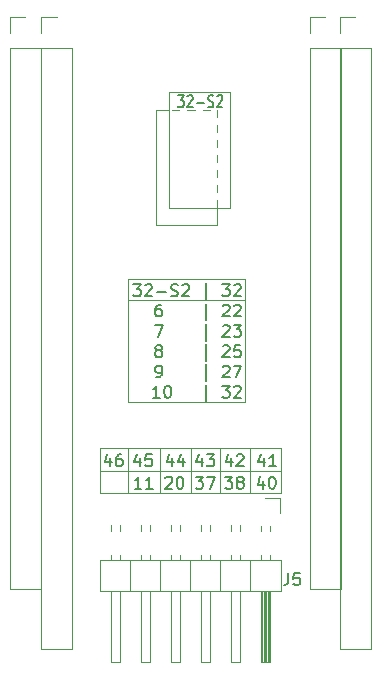
<source format=gbr>
%TF.GenerationSoftware,KiCad,Pcbnew,(5.1.6)-1*%
%TF.CreationDate,2020-09-14T23:14:01+08:00*%
%TF.ProjectId,ESP32-S2_adapter_board,45535033-322d-4533-925f-616461707465,rev?*%
%TF.SameCoordinates,Original*%
%TF.FileFunction,Legend,Top*%
%TF.FilePolarity,Positive*%
%FSLAX46Y46*%
G04 Gerber Fmt 4.6, Leading zero omitted, Abs format (unit mm)*
G04 Created by KiCad (PCBNEW (5.1.6)-1) date 2020-09-14 23:14:01*
%MOMM*%
%LPD*%
G01*
G04 APERTURE LIST*
%ADD10C,0.120000*%
%ADD11C,0.130000*%
%ADD12C,0.150000*%
G04 APERTURE END LIST*
D10*
X147750000Y-95900000D02*
X147750000Y-94500000D01*
X147750000Y-94400000D02*
X147750000Y-93800000D01*
X147750000Y-93133330D02*
X147750000Y-92533330D01*
X147750000Y-91866664D02*
X147750000Y-91266664D01*
X147750000Y-90599998D02*
X147750000Y-89999998D01*
X147750000Y-89333332D02*
X147750000Y-88733332D01*
X147750000Y-88066666D02*
X147750000Y-87466666D01*
X147750000Y-86800000D02*
X147750000Y-86200000D01*
X146550000Y-86200000D02*
X147150000Y-86200000D01*
X145250000Y-86200000D02*
X145850000Y-86200000D01*
X143950000Y-86200000D02*
X144550000Y-86200000D01*
D11*
X144445238Y-84952380D02*
X144940476Y-84952380D01*
X144673809Y-85333333D01*
X144788095Y-85333333D01*
X144864285Y-85380952D01*
X144902380Y-85428571D01*
X144940476Y-85523809D01*
X144940476Y-85761904D01*
X144902380Y-85857142D01*
X144864285Y-85904761D01*
X144788095Y-85952380D01*
X144559523Y-85952380D01*
X144483333Y-85904761D01*
X144445238Y-85857142D01*
X145245238Y-85047619D02*
X145283333Y-85000000D01*
X145359523Y-84952380D01*
X145550000Y-84952380D01*
X145626190Y-85000000D01*
X145664285Y-85047619D01*
X145702380Y-85142857D01*
X145702380Y-85238095D01*
X145664285Y-85380952D01*
X145207142Y-85952380D01*
X145702380Y-85952380D01*
X146045238Y-85571428D02*
X146654761Y-85571428D01*
X146997619Y-85904761D02*
X147111904Y-85952380D01*
X147302380Y-85952380D01*
X147378571Y-85904761D01*
X147416666Y-85857142D01*
X147454761Y-85761904D01*
X147454761Y-85666666D01*
X147416666Y-85571428D01*
X147378571Y-85523809D01*
X147302380Y-85476190D01*
X147150000Y-85428571D01*
X147073809Y-85380952D01*
X147035714Y-85333333D01*
X146997619Y-85238095D01*
X146997619Y-85142857D01*
X147035714Y-85047619D01*
X147073809Y-85000000D01*
X147150000Y-84952380D01*
X147340476Y-84952380D01*
X147454761Y-85000000D01*
X147759523Y-85047619D02*
X147797619Y-85000000D01*
X147873809Y-84952380D01*
X148064285Y-84952380D01*
X148140476Y-85000000D01*
X148178571Y-85047619D01*
X148216666Y-85142857D01*
X148216666Y-85238095D01*
X148178571Y-85380952D01*
X147721428Y-85952380D01*
X148216666Y-85952380D01*
D10*
X148850000Y-94500000D02*
X143650000Y-94500000D01*
X148850000Y-84700000D02*
X148850000Y-94500000D01*
X143650000Y-84700000D02*
X148850000Y-84700000D01*
X143650000Y-94500000D02*
X143650000Y-84700000D01*
X142550000Y-95900000D02*
X142550000Y-86200000D01*
X147750000Y-95900000D02*
X142550000Y-95900000D01*
X142550000Y-86200000D02*
X143650000Y-86200000D01*
X140250000Y-102300000D02*
X150150000Y-102300000D01*
X140250000Y-110900000D02*
X140250000Y-100500000D01*
X150150000Y-110900000D02*
X140250000Y-110900000D01*
X150150000Y-100500000D02*
X150150000Y-110900000D01*
X140250000Y-100500000D02*
X150150000Y-100500000D01*
D12*
X142916666Y-110552380D02*
X142345238Y-110552380D01*
X142630952Y-110552380D02*
X142630952Y-109552380D01*
X142535714Y-109695238D01*
X142440476Y-109790476D01*
X142345238Y-109838095D01*
X143535714Y-109552380D02*
X143630952Y-109552380D01*
X143726190Y-109600000D01*
X143773809Y-109647619D01*
X143821428Y-109742857D01*
X143869047Y-109933333D01*
X143869047Y-110171428D01*
X143821428Y-110361904D01*
X143773809Y-110457142D01*
X143726190Y-110504761D01*
X143630952Y-110552380D01*
X143535714Y-110552380D01*
X143440476Y-110504761D01*
X143392857Y-110457142D01*
X143345238Y-110361904D01*
X143297619Y-110171428D01*
X143297619Y-109933333D01*
X143345238Y-109742857D01*
X143392857Y-109647619D01*
X143440476Y-109600000D01*
X143535714Y-109552380D01*
X146821428Y-110885714D02*
X146821428Y-109457142D01*
X148202381Y-109552380D02*
X148821428Y-109552380D01*
X148488095Y-109933333D01*
X148630952Y-109933333D01*
X148726190Y-109980952D01*
X148773809Y-110028571D01*
X148821428Y-110123809D01*
X148821428Y-110361904D01*
X148773809Y-110457142D01*
X148726190Y-110504761D01*
X148630952Y-110552380D01*
X148345238Y-110552380D01*
X148250000Y-110504761D01*
X148202381Y-110457142D01*
X149202381Y-109647619D02*
X149250000Y-109600000D01*
X149345238Y-109552380D01*
X149583333Y-109552380D01*
X149678571Y-109600000D01*
X149726190Y-109647619D01*
X149773809Y-109742857D01*
X149773809Y-109838095D01*
X149726190Y-109980952D01*
X149154762Y-110552380D01*
X149773809Y-110552380D01*
X142630952Y-108832380D02*
X142821428Y-108832380D01*
X142916666Y-108784761D01*
X142964285Y-108737142D01*
X143059523Y-108594285D01*
X143107142Y-108403809D01*
X143107142Y-108022857D01*
X143059523Y-107927619D01*
X143011904Y-107880000D01*
X142916666Y-107832380D01*
X142726190Y-107832380D01*
X142630952Y-107880000D01*
X142583333Y-107927619D01*
X142535714Y-108022857D01*
X142535714Y-108260952D01*
X142583333Y-108356190D01*
X142630952Y-108403809D01*
X142726190Y-108451428D01*
X142916666Y-108451428D01*
X143011904Y-108403809D01*
X143059523Y-108356190D01*
X143107142Y-108260952D01*
X146821428Y-109165714D02*
X146821428Y-107737142D01*
X148250000Y-107927619D02*
X148297619Y-107880000D01*
X148392857Y-107832380D01*
X148630952Y-107832380D01*
X148726190Y-107880000D01*
X148773809Y-107927619D01*
X148821428Y-108022857D01*
X148821428Y-108118095D01*
X148773809Y-108260952D01*
X148202381Y-108832380D01*
X148821428Y-108832380D01*
X149154762Y-107832380D02*
X149821428Y-107832380D01*
X149392857Y-108832380D01*
X142726190Y-106540952D02*
X142630952Y-106493333D01*
X142583333Y-106445714D01*
X142535714Y-106350476D01*
X142535714Y-106302857D01*
X142583333Y-106207619D01*
X142630952Y-106160000D01*
X142726190Y-106112380D01*
X142916666Y-106112380D01*
X143011904Y-106160000D01*
X143059523Y-106207619D01*
X143107142Y-106302857D01*
X143107142Y-106350476D01*
X143059523Y-106445714D01*
X143011904Y-106493333D01*
X142916666Y-106540952D01*
X142726190Y-106540952D01*
X142630952Y-106588571D01*
X142583333Y-106636190D01*
X142535714Y-106731428D01*
X142535714Y-106921904D01*
X142583333Y-107017142D01*
X142630952Y-107064761D01*
X142726190Y-107112380D01*
X142916666Y-107112380D01*
X143011904Y-107064761D01*
X143059523Y-107017142D01*
X143107142Y-106921904D01*
X143107142Y-106731428D01*
X143059523Y-106636190D01*
X143011904Y-106588571D01*
X142916666Y-106540952D01*
X146821428Y-107445714D02*
X146821428Y-106017142D01*
X148250000Y-106207619D02*
X148297619Y-106160000D01*
X148392857Y-106112380D01*
X148630952Y-106112380D01*
X148726190Y-106160000D01*
X148773809Y-106207619D01*
X148821428Y-106302857D01*
X148821428Y-106398095D01*
X148773809Y-106540952D01*
X148202381Y-107112380D01*
X148821428Y-107112380D01*
X149726190Y-106112380D02*
X149250000Y-106112380D01*
X149202381Y-106588571D01*
X149250000Y-106540952D01*
X149345238Y-106493333D01*
X149583333Y-106493333D01*
X149678571Y-106540952D01*
X149726190Y-106588571D01*
X149773809Y-106683809D01*
X149773809Y-106921904D01*
X149726190Y-107017142D01*
X149678571Y-107064761D01*
X149583333Y-107112380D01*
X149345238Y-107112380D01*
X149250000Y-107064761D01*
X149202381Y-107017142D01*
X142488095Y-104392380D02*
X143154762Y-104392380D01*
X142726190Y-105392380D01*
X146821428Y-105725714D02*
X146821428Y-104297142D01*
X148250000Y-104487619D02*
X148297619Y-104440000D01*
X148392857Y-104392380D01*
X148630952Y-104392380D01*
X148726190Y-104440000D01*
X148773809Y-104487619D01*
X148821428Y-104582857D01*
X148821428Y-104678095D01*
X148773809Y-104820952D01*
X148202381Y-105392380D01*
X148821428Y-105392380D01*
X149154762Y-104392380D02*
X149773809Y-104392380D01*
X149440476Y-104773333D01*
X149583333Y-104773333D01*
X149678571Y-104820952D01*
X149726190Y-104868571D01*
X149773809Y-104963809D01*
X149773809Y-105201904D01*
X149726190Y-105297142D01*
X149678571Y-105344761D01*
X149583333Y-105392380D01*
X149297619Y-105392380D01*
X149202381Y-105344761D01*
X149154762Y-105297142D01*
X140678571Y-100952380D02*
X141297619Y-100952380D01*
X140964285Y-101333333D01*
X141107142Y-101333333D01*
X141202380Y-101380952D01*
X141250000Y-101428571D01*
X141297619Y-101523809D01*
X141297619Y-101761904D01*
X141250000Y-101857142D01*
X141202380Y-101904761D01*
X141107142Y-101952380D01*
X140821428Y-101952380D01*
X140726190Y-101904761D01*
X140678571Y-101857142D01*
X141678571Y-101047619D02*
X141726190Y-101000000D01*
X141821428Y-100952380D01*
X142059523Y-100952380D01*
X142154761Y-101000000D01*
X142202380Y-101047619D01*
X142250000Y-101142857D01*
X142250000Y-101238095D01*
X142202380Y-101380952D01*
X141630952Y-101952380D01*
X142250000Y-101952380D01*
X142678571Y-101571428D02*
X143440476Y-101571428D01*
X143869047Y-101904761D02*
X144011904Y-101952380D01*
X144250000Y-101952380D01*
X144345238Y-101904761D01*
X144392857Y-101857142D01*
X144440476Y-101761904D01*
X144440476Y-101666666D01*
X144392857Y-101571428D01*
X144345238Y-101523809D01*
X144250000Y-101476190D01*
X144059523Y-101428571D01*
X143964285Y-101380952D01*
X143916666Y-101333333D01*
X143869047Y-101238095D01*
X143869047Y-101142857D01*
X143916666Y-101047619D01*
X143964285Y-101000000D01*
X144059523Y-100952380D01*
X144297619Y-100952380D01*
X144440476Y-101000000D01*
X144821428Y-101047619D02*
X144869047Y-101000000D01*
X144964285Y-100952380D01*
X145202380Y-100952380D01*
X145297619Y-101000000D01*
X145345238Y-101047619D01*
X145392857Y-101142857D01*
X145392857Y-101238095D01*
X145345238Y-101380952D01*
X144773809Y-101952380D01*
X145392857Y-101952380D01*
X146821428Y-102285714D02*
X146821428Y-100857142D01*
X148202380Y-100952380D02*
X148821428Y-100952380D01*
X148488095Y-101333333D01*
X148630952Y-101333333D01*
X148726190Y-101380952D01*
X148773809Y-101428571D01*
X148821428Y-101523809D01*
X148821428Y-101761904D01*
X148773809Y-101857142D01*
X148726190Y-101904761D01*
X148630952Y-101952380D01*
X148345238Y-101952380D01*
X148250000Y-101904761D01*
X148202380Y-101857142D01*
X149202380Y-101047619D02*
X149250000Y-101000000D01*
X149345238Y-100952380D01*
X149583333Y-100952380D01*
X149678571Y-101000000D01*
X149726190Y-101047619D01*
X149773809Y-101142857D01*
X149773809Y-101238095D01*
X149726190Y-101380952D01*
X149154761Y-101952380D01*
X149773809Y-101952380D01*
X143011904Y-102672380D02*
X142821428Y-102672380D01*
X142726190Y-102720000D01*
X142678571Y-102767619D01*
X142583333Y-102910476D01*
X142535714Y-103100952D01*
X142535714Y-103481904D01*
X142583333Y-103577142D01*
X142630952Y-103624761D01*
X142726190Y-103672380D01*
X142916666Y-103672380D01*
X143011904Y-103624761D01*
X143059523Y-103577142D01*
X143107142Y-103481904D01*
X143107142Y-103243809D01*
X143059523Y-103148571D01*
X143011904Y-103100952D01*
X142916666Y-103053333D01*
X142726190Y-103053333D01*
X142630952Y-103100952D01*
X142583333Y-103148571D01*
X142535714Y-103243809D01*
X146821428Y-104005714D02*
X146821428Y-102577142D01*
X148250000Y-102767619D02*
X148297619Y-102720000D01*
X148392857Y-102672380D01*
X148630952Y-102672380D01*
X148726190Y-102720000D01*
X148773809Y-102767619D01*
X148821428Y-102862857D01*
X148821428Y-102958095D01*
X148773809Y-103100952D01*
X148202381Y-103672380D01*
X148821428Y-103672380D01*
X149202381Y-102767619D02*
X149250000Y-102720000D01*
X149345238Y-102672380D01*
X149583333Y-102672380D01*
X149678571Y-102720000D01*
X149726190Y-102767619D01*
X149773809Y-102862857D01*
X149773809Y-102958095D01*
X149726190Y-103100952D01*
X149154762Y-103672380D01*
X149773809Y-103672380D01*
D10*
X140250000Y-114800000D02*
X140250000Y-118600000D01*
X142950000Y-114800000D02*
X142950000Y-118600000D01*
X145550000Y-114800000D02*
X145550000Y-118600000D01*
X148050000Y-114800000D02*
X148050000Y-118600000D01*
X150550000Y-114800000D02*
X150550000Y-118600000D01*
X137850000Y-116800000D02*
X153150000Y-116800000D01*
X137850000Y-118600000D02*
X137850000Y-114800000D01*
X153150000Y-118600000D02*
X137850000Y-118600000D01*
X153150000Y-114800000D02*
X153150000Y-118600000D01*
X137850000Y-114800000D02*
X153150000Y-114800000D01*
D12*
X141359523Y-118252380D02*
X140788095Y-118252380D01*
X141073809Y-118252380D02*
X141073809Y-117252380D01*
X140978571Y-117395238D01*
X140883333Y-117490476D01*
X140788095Y-117538095D01*
X142311904Y-118252380D02*
X141740476Y-118252380D01*
X142026190Y-118252380D02*
X142026190Y-117252380D01*
X141930952Y-117395238D01*
X141835714Y-117490476D01*
X141740476Y-117538095D01*
X143388095Y-117347619D02*
X143435714Y-117300000D01*
X143530952Y-117252380D01*
X143769047Y-117252380D01*
X143864285Y-117300000D01*
X143911904Y-117347619D01*
X143959523Y-117442857D01*
X143959523Y-117538095D01*
X143911904Y-117680952D01*
X143340476Y-118252380D01*
X143959523Y-118252380D01*
X144578571Y-117252380D02*
X144673809Y-117252380D01*
X144769047Y-117300000D01*
X144816666Y-117347619D01*
X144864285Y-117442857D01*
X144911904Y-117633333D01*
X144911904Y-117871428D01*
X144864285Y-118061904D01*
X144816666Y-118157142D01*
X144769047Y-118204761D01*
X144673809Y-118252380D01*
X144578571Y-118252380D01*
X144483333Y-118204761D01*
X144435714Y-118157142D01*
X144388095Y-118061904D01*
X144340476Y-117871428D01*
X144340476Y-117633333D01*
X144388095Y-117442857D01*
X144435714Y-117347619D01*
X144483333Y-117300000D01*
X144578571Y-117252380D01*
X145940476Y-117252380D02*
X146559523Y-117252380D01*
X146226190Y-117633333D01*
X146369047Y-117633333D01*
X146464285Y-117680952D01*
X146511904Y-117728571D01*
X146559523Y-117823809D01*
X146559523Y-118061904D01*
X146511904Y-118157142D01*
X146464285Y-118204761D01*
X146369047Y-118252380D01*
X146083333Y-118252380D01*
X145988095Y-118204761D01*
X145940476Y-118157142D01*
X146892857Y-117252380D02*
X147559523Y-117252380D01*
X147130952Y-118252380D01*
X148440476Y-117252380D02*
X149059523Y-117252380D01*
X148726190Y-117633333D01*
X148869047Y-117633333D01*
X148964285Y-117680952D01*
X149011904Y-117728571D01*
X149059523Y-117823809D01*
X149059523Y-118061904D01*
X149011904Y-118157142D01*
X148964285Y-118204761D01*
X148869047Y-118252380D01*
X148583333Y-118252380D01*
X148488095Y-118204761D01*
X148440476Y-118157142D01*
X149630952Y-117680952D02*
X149535714Y-117633333D01*
X149488095Y-117585714D01*
X149440476Y-117490476D01*
X149440476Y-117442857D01*
X149488095Y-117347619D01*
X149535714Y-117300000D01*
X149630952Y-117252380D01*
X149821428Y-117252380D01*
X149916666Y-117300000D01*
X149964285Y-117347619D01*
X150011904Y-117442857D01*
X150011904Y-117490476D01*
X149964285Y-117585714D01*
X149916666Y-117633333D01*
X149821428Y-117680952D01*
X149630952Y-117680952D01*
X149535714Y-117728571D01*
X149488095Y-117776190D01*
X149440476Y-117871428D01*
X149440476Y-118061904D01*
X149488095Y-118157142D01*
X149535714Y-118204761D01*
X149630952Y-118252380D01*
X149821428Y-118252380D01*
X149916666Y-118204761D01*
X149964285Y-118157142D01*
X150011904Y-118061904D01*
X150011904Y-117871428D01*
X149964285Y-117776190D01*
X149916666Y-117728571D01*
X149821428Y-117680952D01*
X151664285Y-117585714D02*
X151664285Y-118252380D01*
X151426190Y-117204761D02*
X151188095Y-117919047D01*
X151807142Y-117919047D01*
X152378571Y-117252380D02*
X152473809Y-117252380D01*
X152569047Y-117300000D01*
X152616666Y-117347619D01*
X152664285Y-117442857D01*
X152711904Y-117633333D01*
X152711904Y-117871428D01*
X152664285Y-118061904D01*
X152616666Y-118157142D01*
X152569047Y-118204761D01*
X152473809Y-118252380D01*
X152378571Y-118252380D01*
X152283333Y-118204761D01*
X152235714Y-118157142D01*
X152188095Y-118061904D01*
X152140476Y-117871428D01*
X152140476Y-117633333D01*
X152188095Y-117442857D01*
X152235714Y-117347619D01*
X152283333Y-117300000D01*
X152378571Y-117252380D01*
X138714285Y-115685714D02*
X138714285Y-116352380D01*
X138476190Y-115304761D02*
X138238095Y-116019047D01*
X138857142Y-116019047D01*
X139666666Y-115352380D02*
X139476190Y-115352380D01*
X139380952Y-115400000D01*
X139333333Y-115447619D01*
X139238095Y-115590476D01*
X139190476Y-115780952D01*
X139190476Y-116161904D01*
X139238095Y-116257142D01*
X139285714Y-116304761D01*
X139380952Y-116352380D01*
X139571428Y-116352380D01*
X139666666Y-116304761D01*
X139714285Y-116257142D01*
X139761904Y-116161904D01*
X139761904Y-115923809D01*
X139714285Y-115828571D01*
X139666666Y-115780952D01*
X139571428Y-115733333D01*
X139380952Y-115733333D01*
X139285714Y-115780952D01*
X139238095Y-115828571D01*
X139190476Y-115923809D01*
X141214285Y-115685714D02*
X141214285Y-116352380D01*
X140976190Y-115304761D02*
X140738095Y-116019047D01*
X141357142Y-116019047D01*
X142214285Y-115352380D02*
X141738095Y-115352380D01*
X141690476Y-115828571D01*
X141738095Y-115780952D01*
X141833333Y-115733333D01*
X142071428Y-115733333D01*
X142166666Y-115780952D01*
X142214285Y-115828571D01*
X142261904Y-115923809D01*
X142261904Y-116161904D01*
X142214285Y-116257142D01*
X142166666Y-116304761D01*
X142071428Y-116352380D01*
X141833333Y-116352380D01*
X141738095Y-116304761D01*
X141690476Y-116257142D01*
X143964285Y-115685714D02*
X143964285Y-116352380D01*
X143726190Y-115304761D02*
X143488095Y-116019047D01*
X144107142Y-116019047D01*
X144916666Y-115685714D02*
X144916666Y-116352380D01*
X144678571Y-115304761D02*
X144440476Y-116019047D01*
X145059523Y-116019047D01*
X146464285Y-115685714D02*
X146464285Y-116352380D01*
X146226190Y-115304761D02*
X145988095Y-116019047D01*
X146607142Y-116019047D01*
X146892857Y-115352380D02*
X147511904Y-115352380D01*
X147178571Y-115733333D01*
X147321428Y-115733333D01*
X147416666Y-115780952D01*
X147464285Y-115828571D01*
X147511904Y-115923809D01*
X147511904Y-116161904D01*
X147464285Y-116257142D01*
X147416666Y-116304761D01*
X147321428Y-116352380D01*
X147035714Y-116352380D01*
X146940476Y-116304761D01*
X146892857Y-116257142D01*
X148964285Y-115685714D02*
X148964285Y-116352380D01*
X148726190Y-115304761D02*
X148488095Y-116019047D01*
X149107142Y-116019047D01*
X149440476Y-115447619D02*
X149488095Y-115400000D01*
X149583333Y-115352380D01*
X149821428Y-115352380D01*
X149916666Y-115400000D01*
X149964285Y-115447619D01*
X150011904Y-115542857D01*
X150011904Y-115638095D01*
X149964285Y-115780952D01*
X149392857Y-116352380D01*
X150011904Y-116352380D01*
X151714285Y-115685714D02*
X151714285Y-116352380D01*
X151476190Y-115304761D02*
X151238095Y-116019047D01*
X151857142Y-116019047D01*
X152761904Y-116352380D02*
X152190476Y-116352380D01*
X152476190Y-116352380D02*
X152476190Y-115352380D01*
X152380952Y-115495238D01*
X152285714Y-115590476D01*
X152190476Y-115638095D01*
D10*
%TO.C,J5*%
X153130000Y-119030000D02*
X153130000Y-120300000D01*
X151860000Y-119030000D02*
X153130000Y-119030000D01*
X138780000Y-121342929D02*
X138780000Y-121797071D01*
X139540000Y-121342929D02*
X139540000Y-121797071D01*
X138780000Y-123882929D02*
X138780000Y-124280000D01*
X139540000Y-123882929D02*
X139540000Y-124280000D01*
X138780000Y-132940000D02*
X138780000Y-126940000D01*
X139540000Y-132940000D02*
X138780000Y-132940000D01*
X139540000Y-126940000D02*
X139540000Y-132940000D01*
X140430000Y-124280000D02*
X140430000Y-126940000D01*
X141320000Y-121342929D02*
X141320000Y-121797071D01*
X142080000Y-121342929D02*
X142080000Y-121797071D01*
X141320000Y-123882929D02*
X141320000Y-124280000D01*
X142080000Y-123882929D02*
X142080000Y-124280000D01*
X141320000Y-132940000D02*
X141320000Y-126940000D01*
X142080000Y-132940000D02*
X141320000Y-132940000D01*
X142080000Y-126940000D02*
X142080000Y-132940000D01*
X142970000Y-124280000D02*
X142970000Y-126940000D01*
X143860000Y-121342929D02*
X143860000Y-121797071D01*
X144620000Y-121342929D02*
X144620000Y-121797071D01*
X143860000Y-123882929D02*
X143860000Y-124280000D01*
X144620000Y-123882929D02*
X144620000Y-124280000D01*
X143860000Y-132940000D02*
X143860000Y-126940000D01*
X144620000Y-132940000D02*
X143860000Y-132940000D01*
X144620000Y-126940000D02*
X144620000Y-132940000D01*
X145510000Y-124280000D02*
X145510000Y-126940000D01*
X146400000Y-121342929D02*
X146400000Y-121797071D01*
X147160000Y-121342929D02*
X147160000Y-121797071D01*
X146400000Y-123882929D02*
X146400000Y-124280000D01*
X147160000Y-123882929D02*
X147160000Y-124280000D01*
X146400000Y-132940000D02*
X146400000Y-126940000D01*
X147160000Y-132940000D02*
X146400000Y-132940000D01*
X147160000Y-126940000D02*
X147160000Y-132940000D01*
X148050000Y-124280000D02*
X148050000Y-126940000D01*
X148940000Y-121342929D02*
X148940000Y-121797071D01*
X149700000Y-121342929D02*
X149700000Y-121797071D01*
X148940000Y-123882929D02*
X148940000Y-124280000D01*
X149700000Y-123882929D02*
X149700000Y-124280000D01*
X148940000Y-132940000D02*
X148940000Y-126940000D01*
X149700000Y-132940000D02*
X148940000Y-132940000D01*
X149700000Y-126940000D02*
X149700000Y-132940000D01*
X150590000Y-124280000D02*
X150590000Y-126940000D01*
X151480000Y-121410000D02*
X151480000Y-121797071D01*
X152240000Y-121410000D02*
X152240000Y-121797071D01*
X151480000Y-123882929D02*
X151480000Y-124280000D01*
X152240000Y-123882929D02*
X152240000Y-124280000D01*
X151580000Y-126940000D02*
X151580000Y-132940000D01*
X151700000Y-126940000D02*
X151700000Y-132940000D01*
X151820000Y-126940000D02*
X151820000Y-132940000D01*
X151940000Y-126940000D02*
X151940000Y-132940000D01*
X152060000Y-126940000D02*
X152060000Y-132940000D01*
X152180000Y-126940000D02*
X152180000Y-132940000D01*
X151480000Y-132940000D02*
X151480000Y-126940000D01*
X152240000Y-132940000D02*
X151480000Y-132940000D01*
X152240000Y-126940000D02*
X152240000Y-132940000D01*
X153190000Y-126940000D02*
X153190000Y-124280000D01*
X137830000Y-126940000D02*
X153190000Y-126940000D01*
X137830000Y-124280000D02*
X137830000Y-126940000D01*
X153190000Y-124280000D02*
X137830000Y-124280000D01*
%TO.C,J4*%
X155610000Y-78330000D02*
X156940000Y-78330000D01*
X155610000Y-79660000D02*
X155610000Y-78330000D01*
X155610000Y-80930000D02*
X158270000Y-80930000D01*
X158270000Y-80930000D02*
X158270000Y-126710000D01*
X155610000Y-80930000D02*
X155610000Y-126710000D01*
X155610000Y-126710000D02*
X158270000Y-126710000D01*
%TO.C,J3*%
X130210000Y-78330000D02*
X131540000Y-78330000D01*
X130210000Y-79660000D02*
X130210000Y-78330000D01*
X130210000Y-80930000D02*
X132870000Y-80930000D01*
X132870000Y-80930000D02*
X132870000Y-126710000D01*
X130210000Y-80930000D02*
X130210000Y-126710000D01*
X130210000Y-126710000D02*
X132870000Y-126710000D01*
%TO.C,J2*%
X158150000Y-78330000D02*
X159480000Y-78330000D01*
X158150000Y-79660000D02*
X158150000Y-78330000D01*
X158150000Y-80930000D02*
X160810000Y-80930000D01*
X160810000Y-80930000D02*
X160810000Y-131790000D01*
X158150000Y-80930000D02*
X158150000Y-131790000D01*
X158150000Y-131790000D02*
X160810000Y-131790000D01*
%TO.C,J1*%
X132850000Y-78330000D02*
X134180000Y-78330000D01*
X132850000Y-79660000D02*
X132850000Y-78330000D01*
X132850000Y-80930000D02*
X135510000Y-80930000D01*
X135510000Y-80930000D02*
X135510000Y-131790000D01*
X132850000Y-80930000D02*
X132850000Y-131790000D01*
X132850000Y-131790000D02*
X135510000Y-131790000D01*
%TO.C,J5*%
D12*
X153796666Y-125407380D02*
X153796666Y-126121666D01*
X153749047Y-126264523D01*
X153653809Y-126359761D01*
X153510952Y-126407380D01*
X153415714Y-126407380D01*
X154749047Y-125407380D02*
X154272857Y-125407380D01*
X154225238Y-125883571D01*
X154272857Y-125835952D01*
X154368095Y-125788333D01*
X154606190Y-125788333D01*
X154701428Y-125835952D01*
X154749047Y-125883571D01*
X154796666Y-125978809D01*
X154796666Y-126216904D01*
X154749047Y-126312142D01*
X154701428Y-126359761D01*
X154606190Y-126407380D01*
X154368095Y-126407380D01*
X154272857Y-126359761D01*
X154225238Y-126312142D01*
%TD*%
M02*

</source>
